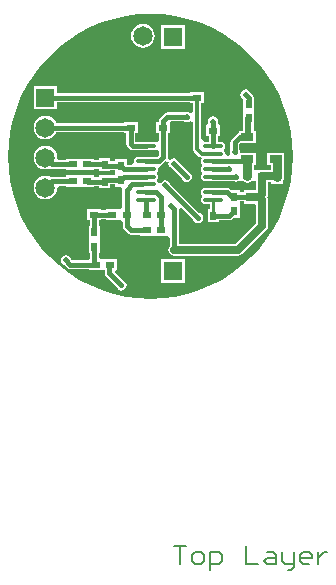
<source format=gtl>
%FSLAX25Y25*%
%MOIN*%
G70*
G01*
G75*
G04 Layer_Physical_Order=1*
G04 Layer_Color=255*
%ADD10R,0.03150X0.02362*%
%ADD11R,0.04331X0.02559*%
%ADD12O,0.06693X0.01378*%
%ADD13R,0.02362X0.03150*%
%ADD14C,0.01500*%
%ADD15C,0.01000*%
%ADD16C,0.03000*%
%ADD17C,0.02500*%
%ADD18C,0.01300*%
%ADD19C,0.02000*%
%ADD20C,0.00800*%
%ADD21C,0.06496*%
%ADD22R,0.06496X0.06496*%
%ADD23R,0.06496X0.06496*%
%ADD24C,0.02000*%
G36*
X54140Y97315D02*
X58248Y96774D01*
X62293Y95877D01*
X66244Y94631D01*
X70072Y93045D01*
X73748Y91132D01*
X77242Y88906D01*
X80529Y86383D01*
X83584Y83584D01*
X86383Y80529D01*
X88906Y77242D01*
X91132Y73748D01*
X93045Y70072D01*
X94631Y66244D01*
X95877Y62293D01*
X96774Y58248D01*
X97315Y54140D01*
X97487Y50182D01*
X97451Y50000D01*
X97487Y49818D01*
X97315Y45860D01*
X96774Y41753D01*
X95877Y37707D01*
X94631Y33756D01*
X93045Y29928D01*
X91132Y26252D01*
X88906Y22758D01*
X86383Y19471D01*
X83584Y16416D01*
X80529Y13617D01*
X77242Y11094D01*
X73748Y8868D01*
X70072Y6955D01*
X66244Y5369D01*
X62293Y4123D01*
X58248Y3226D01*
X54140Y2685D01*
X50182Y2513D01*
X50000Y2549D01*
X49818Y2513D01*
X45860Y2685D01*
X41753Y3226D01*
X37707Y4123D01*
X33756Y5369D01*
X29928Y6955D01*
X26252Y8868D01*
X22758Y11094D01*
X19471Y13617D01*
X16416Y16416D01*
X13617Y19471D01*
X11094Y22758D01*
X8868Y26252D01*
X6955Y29928D01*
X5369Y33756D01*
X4123Y37707D01*
X3226Y41753D01*
X2685Y45860D01*
X2513Y49818D01*
X2549Y50000D01*
X2513Y50182D01*
X2685Y54140D01*
X3226Y58248D01*
X4123Y62293D01*
X5369Y66244D01*
X6955Y70072D01*
X8868Y73748D01*
X11094Y77242D01*
X13617Y80529D01*
X16416Y83584D01*
X19471Y86383D01*
X22758Y88906D01*
X26252Y91132D01*
X29928Y93045D01*
X33756Y94631D01*
X37707Y95877D01*
X41753Y96774D01*
X45860Y97315D01*
X49818Y97487D01*
X50000Y97451D01*
X50182Y97487D01*
X54140Y97315D01*
D02*
G37*
%LPC*%
G36*
X18948Y73548D02*
X11052D01*
Y65652D01*
X18948D01*
Y68122D01*
X63263D01*
Y67719D01*
X64124D01*
Y64959D01*
X64081Y64931D01*
X63242Y64482D01*
X62763Y64801D01*
X62100Y64933D01*
X61437Y64801D01*
X61253Y64678D01*
X55600D01*
X55034Y64566D01*
X54555Y64245D01*
X53192Y62883D01*
X52872Y62404D01*
X52759Y61838D01*
Y61381D01*
X51963D01*
Y57619D01*
X52759D01*
Y55104D01*
X51877Y54632D01*
X51679Y54765D01*
X51137Y54873D01*
X48792D01*
X48480Y54935D01*
X44916D01*
Y57619D01*
X45713D01*
Y61381D01*
X41163D01*
Y60978D01*
X18702D01*
X18449Y61591D01*
X17816Y62416D01*
X16991Y63049D01*
X16031Y63446D01*
X15000Y63582D01*
X13969Y63446D01*
X13009Y63049D01*
X12184Y62416D01*
X11551Y61591D01*
X11154Y60631D01*
X11018Y59600D01*
X11154Y58569D01*
X11551Y57609D01*
X12184Y56784D01*
X13009Y56151D01*
X13969Y55754D01*
X15000Y55618D01*
X16031Y55754D01*
X16991Y56151D01*
X17816Y56784D01*
X18449Y57609D01*
X18620Y58022D01*
X41163D01*
Y57619D01*
X41959D01*
Y54062D01*
X42072Y53496D01*
X42072Y53496D01*
X42072Y53496D01*
X42392Y53017D01*
X42998Y52411D01*
X43477Y52091D01*
X44043Y51978D01*
X48480D01*
X48792Y52040D01*
X51137D01*
X51679Y52148D01*
X51877Y52281D01*
X52759Y51810D01*
Y50250D01*
X52326Y49817D01*
X48480D01*
X48167Y49755D01*
X45822D01*
X45280Y49647D01*
X44821Y49340D01*
X44514Y48880D01*
X44406Y48339D01*
X44467Y48031D01*
X43985Y47443D01*
X43707Y47258D01*
X42102D01*
Y49137D01*
X38339D01*
Y48341D01*
X36602D01*
Y49513D01*
X32839D01*
Y48817D01*
X31157D01*
Y49220D01*
X27140D01*
Y49220D01*
X27140Y49220D01*
X26608Y49220D01*
X26520D01*
X26433D01*
X25901Y49220D01*
X25901Y49220D01*
Y49220D01*
X21883D01*
Y48817D01*
X19637D01*
X18978Y49569D01*
X18982Y49600D01*
X18846Y50631D01*
X18449Y51591D01*
X17816Y52416D01*
X16991Y53049D01*
X16031Y53446D01*
X15000Y53582D01*
X13969Y53446D01*
X13009Y53049D01*
X12184Y52416D01*
X11551Y51591D01*
X11154Y50631D01*
X11018Y49600D01*
X11154Y48569D01*
X11551Y47609D01*
X12184Y46784D01*
X13009Y46151D01*
X13969Y45754D01*
X15000Y45618D01*
X16031Y45754D01*
X16582Y45982D01*
X16596Y45973D01*
X17161Y45860D01*
X21883D01*
Y45458D01*
X25901D01*
Y45458D01*
X25901Y45458D01*
X26433Y45458D01*
X26520D01*
X26608D01*
X27140Y45458D01*
X27140Y45458D01*
Y45458D01*
X31157D01*
Y45860D01*
X32839D01*
Y44963D01*
X36602D01*
Y45384D01*
X38339D01*
X38339Y44587D01*
X38339D01*
X38339Y44413D01*
D01*
X38339Y43616D01*
X36602D01*
Y43837D01*
X32839D01*
Y43041D01*
X31258D01*
Y43620D01*
X27240D01*
Y43620D01*
X27240Y43620D01*
X26708Y43620D01*
X26621D01*
X26533D01*
X26001Y43620D01*
X26001Y43620D01*
Y43620D01*
X21983D01*
Y43217D01*
X17239D01*
X16797Y43129D01*
X16031Y43446D01*
X15000Y43582D01*
X13969Y43446D01*
X13009Y43049D01*
X12184Y42416D01*
X11551Y41591D01*
X11154Y40631D01*
X11018Y39600D01*
X11154Y38569D01*
X11551Y37609D01*
X12184Y36784D01*
X13009Y36151D01*
X13969Y35754D01*
X15000Y35618D01*
X16031Y35754D01*
X16991Y36151D01*
X17816Y36784D01*
X18449Y37609D01*
X18846Y38569D01*
X18982Y39600D01*
X19561Y40260D01*
X21983D01*
Y39858D01*
X26001D01*
Y39858D01*
X26001Y39858D01*
X26533Y39858D01*
X26621D01*
X26708D01*
X27240Y39858D01*
X27240Y39858D01*
Y39858D01*
X31258D01*
Y40084D01*
X32839D01*
Y39287D01*
X36602D01*
Y40659D01*
X38339D01*
Y39863D01*
X39896D01*
X40159Y39687D01*
X40649Y39090D01*
X40584Y38762D01*
Y33188D01*
X39877Y32481D01*
X39787D01*
X39700D01*
X39613D01*
X39080Y32481D01*
X39080Y32481D01*
Y32481D01*
X35063D01*
Y32078D01*
X33537D01*
Y32481D01*
X28987D01*
Y28719D01*
X29784D01*
Y26937D01*
X29419D01*
Y22920D01*
X29419D01*
X29419Y22920D01*
X29419Y22387D01*
Y22300D01*
Y22213D01*
X29419Y21680D01*
X29419Y21680D01*
X29419D01*
Y17663D01*
X29822D01*
Y15781D01*
X29463D01*
Y15378D01*
X23912D01*
X23544Y15746D01*
X23501Y15963D01*
X23126Y16526D01*
X22563Y16901D01*
X21900Y17033D01*
X21237Y16901D01*
X20674Y16526D01*
X20299Y15963D01*
X20167Y15300D01*
X20299Y14637D01*
X20674Y14074D01*
X21237Y13699D01*
X21454Y13656D01*
X22255Y12855D01*
X22734Y12534D01*
X23300Y12422D01*
X29463D01*
Y12019D01*
X33480D01*
Y12019D01*
X33480Y12019D01*
X34013Y12019D01*
X34187D01*
D01*
Y12019D01*
X34684Y12019D01*
Y11138D01*
X34796Y10572D01*
X34796Y10572D01*
X34796Y10572D01*
X35117Y10092D01*
X38655Y6554D01*
X38699Y6337D01*
X39074Y5774D01*
X39637Y5399D01*
X40300Y5267D01*
X40963Y5399D01*
X41526Y5774D01*
X41901Y6337D01*
X42033Y7000D01*
X41901Y7663D01*
X41526Y8226D01*
X40963Y8601D01*
X40746Y8644D01*
X38296Y11095D01*
X38678Y12019D01*
X38737D01*
Y15781D01*
X34720D01*
Y15781D01*
X34720Y15781D01*
X34187Y15781D01*
X34100D01*
X34013D01*
X33485Y15781D01*
X32778Y16488D01*
Y17663D01*
X33181D01*
Y21680D01*
X33181D01*
X33181Y21680D01*
X33181Y22213D01*
Y22300D01*
Y22387D01*
X33181Y22920D01*
X33181Y22920D01*
X33181D01*
Y26937D01*
X32741D01*
Y28719D01*
X33537D01*
Y29122D01*
X35063D01*
Y28719D01*
X39080D01*
Y28719D01*
X39080Y28719D01*
X39613Y28719D01*
X39700D01*
X39787D01*
X40014D01*
X40722Y28012D01*
Y26700D01*
X40834Y26134D01*
X40834Y26134D01*
X40834Y26134D01*
X41155Y25655D01*
X42455Y24355D01*
X42934Y24034D01*
X43500Y23922D01*
X46463D01*
Y23519D01*
X51013D01*
Y23519D01*
X51013D01*
X51013Y23519D01*
X51187D01*
Y23519D01*
X55737D01*
D01*
X55737D01*
X56422Y22834D01*
Y20097D01*
X56063Y19561D01*
X55912Y18800D01*
X56063Y18039D01*
X56494Y17394D01*
X57139Y16963D01*
X57900Y16812D01*
X79100D01*
X79861Y16963D01*
X80506Y17394D01*
X88606Y25494D01*
X89037Y26139D01*
X89188Y26900D01*
Y35462D01*
X89037Y36223D01*
X88887Y36447D01*
X89099Y36764D01*
X89250Y37524D01*
X89250Y37524D01*
X89250Y37524D01*
Y37524D01*
Y41512D01*
X90319D01*
Y40787D01*
X94081D01*
Y41943D01*
X94372Y42379D01*
X94543Y43238D01*
Y46980D01*
X94590D01*
Y50939D01*
X92742D01*
X92300Y51027D01*
X91858Y50939D01*
X88859D01*
Y46980D01*
X90057D01*
Y45488D01*
X87062D01*
X86524Y45381D01*
X85320D01*
Y45381D01*
X85320Y45381D01*
X84787Y45381D01*
X84613D01*
D01*
Y45381D01*
X84581Y45381D01*
Y46980D01*
X85141D01*
Y50939D01*
X80129D01*
X79833Y51300D01*
X79701Y51963D01*
X79578Y52147D01*
Y54068D01*
X79971Y54461D01*
X85141D01*
Y58420D01*
X84409D01*
Y60563D01*
X84581D01*
Y64580D01*
X84581D01*
X84581Y64580D01*
X84581Y65113D01*
Y65200D01*
Y65287D01*
X84581Y65820D01*
X84581Y65820D01*
X84581D01*
Y69837D01*
X84131D01*
X84084Y70072D01*
X84066Y70166D01*
X83745Y70645D01*
X83345Y71046D01*
X83301Y71263D01*
X82926Y71826D01*
X82363Y72201D01*
X81700Y72333D01*
X81037Y72201D01*
X80474Y71826D01*
X80099Y71263D01*
X79967Y70600D01*
X80099Y69937D01*
X80474Y69374D01*
X80819Y69144D01*
Y65820D01*
X80819D01*
X80819Y65820D01*
X80819Y65287D01*
Y65200D01*
Y65113D01*
X80819Y64580D01*
X80819Y64580D01*
X80819D01*
Y60563D01*
X80942D01*
Y58420D01*
X79410D01*
Y57829D01*
X79294Y57806D01*
X78814Y57486D01*
X77055Y55726D01*
X76734Y55246D01*
X76622Y54680D01*
Y52147D01*
X76499Y51963D01*
X76367Y51300D01*
X76499Y50637D01*
X75790Y50163D01*
X74959Y50719D01*
X74994Y50898D01*
X74886Y51440D01*
X74579Y51899D01*
Y52455D01*
X74886Y52915D01*
X74994Y53457D01*
X74886Y53999D01*
X74579Y54458D01*
X74120Y54765D01*
X73578Y54873D01*
X72399D01*
Y56619D01*
X73013D01*
Y60381D01*
X73013D01*
X72401Y60937D01*
X72401Y60937D01*
D01*
D01*
D01*
X72533Y61600D01*
X72401Y62263D01*
X72026Y62826D01*
X71463Y63201D01*
X70800Y63333D01*
X70137Y63201D01*
X69574Y62826D01*
X69199Y62263D01*
X69067Y61600D01*
X69155Y61154D01*
X68521Y60381D01*
X68463D01*
Y56619D01*
X69442D01*
Y54873D01*
X68263D01*
X67721Y54765D01*
X66876Y56029D01*
Y67719D01*
X67813D01*
Y71481D01*
X63263D01*
Y71078D01*
X18948D01*
Y73548D01*
D02*
G37*
G36*
X61448Y15648D02*
X53552D01*
Y7752D01*
X61448D01*
Y15648D01*
D02*
G37*
G36*
X47500Y94140D02*
X46469Y94004D01*
X45509Y93606D01*
X44684Y92973D01*
X44051Y92149D01*
X43654Y91188D01*
X43518Y90158D01*
X43654Y89127D01*
X44051Y88166D01*
X44684Y87342D01*
X45509Y86709D01*
X46469Y86311D01*
X47500Y86175D01*
X48531Y86311D01*
X49491Y86709D01*
X50316Y87342D01*
X50949Y88166D01*
X51346Y89127D01*
X51482Y90158D01*
X51346Y91188D01*
X50949Y92149D01*
X50316Y92973D01*
X49491Y93606D01*
X48531Y94004D01*
X47500Y94140D01*
D02*
G37*
G36*
X61448Y93606D02*
X53552D01*
Y85710D01*
X61448D01*
Y93606D01*
D02*
G37*
%LPD*%
G36*
X64081Y61469D02*
X64124Y61441D01*
Y52500D01*
X64228Y51973D01*
X64527Y51527D01*
X66129Y49924D01*
X66576Y49626D01*
X67102Y49521D01*
X67102Y49521D01*
X66955Y48880D01*
X66955Y48880D01*
X66955Y48880D01*
X66847Y48339D01*
X66955Y47797D01*
X67262Y47337D01*
Y46781D01*
X66955Y46321D01*
X66847Y45779D01*
X66955Y45238D01*
X67262Y44778D01*
Y44222D01*
X66955Y43762D01*
X66847Y43220D01*
X66955Y42678D01*
X67262Y42219D01*
X67721Y41912D01*
X68263Y41804D01*
X70608D01*
X70920Y41742D01*
X77553D01*
X77737Y41619D01*
X78400Y41487D01*
X79063Y41619D01*
X79063Y41619D01*
X79063Y41619D01*
X80063Y41619D01*
Y41619D01*
X81193D01*
X81479Y41428D01*
X82338Y41257D01*
X83196Y41428D01*
X83482Y41619D01*
X84080D01*
Y41619D01*
X84080Y41619D01*
X84613Y41619D01*
X84787D01*
Y41619D01*
X85274Y41619D01*
Y38737D01*
X84781D01*
Y38737D01*
X81019D01*
Y37941D01*
X79681D01*
Y38737D01*
X76916D01*
X76505Y39148D01*
X76026Y39468D01*
X75460Y39581D01*
X70920D01*
X70608Y39518D01*
X68263D01*
X67721Y39411D01*
X67262Y39104D01*
X66955Y38644D01*
X66847Y38102D01*
X66955Y37560D01*
X67262Y37101D01*
Y36545D01*
X66955Y36085D01*
X66847Y35543D01*
X66955Y35001D01*
X67262Y34542D01*
X67721Y34235D01*
X68263Y34127D01*
X69697D01*
Y32537D01*
X69119D01*
Y27987D01*
X72881D01*
Y28784D01*
X76324D01*
X76890Y28896D01*
X77370Y29217D01*
X77370Y29217D01*
X77370Y29217D01*
X77616Y29463D01*
X79681D01*
Y34013D01*
D01*
Y34013D01*
X79681Y34013D01*
Y34187D01*
D01*
X79681Y34984D01*
X81019D01*
Y34187D01*
X84781D01*
D01*
X84781D01*
X85212Y33757D01*
Y27724D01*
X78276Y20788D01*
X59378D01*
Y32400D01*
X59359Y32497D01*
X60241Y32968D01*
X64228Y28981D01*
X64272Y28764D01*
X64647Y28201D01*
X65210Y27826D01*
X65873Y27694D01*
X66536Y27826D01*
X67099Y28201D01*
X67474Y28764D01*
X67606Y29427D01*
X67474Y30090D01*
X67099Y30653D01*
X66536Y31028D01*
X66319Y31071D01*
X56644Y40746D01*
X56601Y40963D01*
X56226Y41526D01*
X55663Y41901D01*
X55000Y42033D01*
X54337Y41901D01*
X53774Y41526D01*
X53427Y41005D01*
X52446Y41201D01*
X52445Y41203D01*
X52138Y41663D01*
Y42219D01*
X52445Y42678D01*
X52553Y43220D01*
X52445Y43762D01*
X52138Y44222D01*
Y44778D01*
X52445Y45238D01*
X52553Y45779D01*
X52503Y46030D01*
X53059Y46862D01*
X53407Y46931D01*
X53454Y46963D01*
X53504Y46973D01*
X53984Y47293D01*
X53984Y47293D01*
X53984Y47293D01*
X55165Y48474D01*
X55611Y48236D01*
D01*
X56047Y48003D01*
X55967Y47600D01*
X56099Y46937D01*
X56474Y46374D01*
X57037Y45999D01*
X57379Y45931D01*
X60450Y42859D01*
X60518Y42517D01*
X60894Y41955D01*
X61456Y41579D01*
X62120Y41447D01*
X62783Y41579D01*
X63345Y41955D01*
X63721Y42517D01*
X63853Y43180D01*
X63721Y43844D01*
X63345Y44406D01*
X62783Y44782D01*
X62691Y44800D01*
X59320Y48171D01*
X59301Y48263D01*
X58926Y48826D01*
X58363Y49201D01*
X57700Y49333D01*
X57037Y49201D01*
X56500Y48843D01*
D01*
X56125Y49093D01*
D01*
X55669Y49398D01*
X55716Y49638D01*
X55716Y49638D01*
X55716Y49638D01*
Y49638D01*
Y57619D01*
X56513D01*
Y61381D01*
D01*
Y61381D01*
X56853Y61722D01*
X61253D01*
X61437Y61599D01*
X62100Y61467D01*
X62763Y61599D01*
X63242Y61918D01*
X64081Y61469D01*
D02*
G37*
D10*
X31262Y30600D02*
D03*
X26538D02*
D03*
X24258Y41739D02*
D03*
X28983D02*
D03*
X37338Y30600D02*
D03*
X42062D02*
D03*
X48738Y25400D02*
D03*
X53462D02*
D03*
X36462Y13900D02*
D03*
X31738D02*
D03*
X24158Y47339D02*
D03*
X28883D02*
D03*
X48738Y30600D02*
D03*
X53462D02*
D03*
X48162Y59500D02*
D03*
X43438D02*
D03*
X70738Y58500D02*
D03*
X75462D02*
D03*
X58962Y59500D02*
D03*
X54238D02*
D03*
X82338Y43500D02*
D03*
X87062D02*
D03*
X65538Y69600D02*
D03*
X70262D02*
D03*
D11*
X91724Y56440D02*
D03*
Y48960D02*
D03*
X82276D02*
D03*
Y52700D02*
D03*
Y56440D02*
D03*
D12*
X48480Y53457D02*
D03*
Y50898D02*
D03*
Y48339D02*
D03*
Y45779D02*
D03*
Y43220D02*
D03*
Y40661D02*
D03*
Y38102D02*
D03*
Y35543D02*
D03*
X70920Y53457D02*
D03*
Y50898D02*
D03*
Y48339D02*
D03*
Y45779D02*
D03*
Y43220D02*
D03*
Y40661D02*
D03*
Y38102D02*
D03*
Y35543D02*
D03*
D13*
X82700Y62838D02*
D03*
Y67562D02*
D03*
X77800Y36462D02*
D03*
Y31738D02*
D03*
X71000Y25538D02*
D03*
Y30262D02*
D03*
X31300Y19938D02*
D03*
Y24662D02*
D03*
X92200Y43062D02*
D03*
Y38338D02*
D03*
X34721Y41562D02*
D03*
Y36838D02*
D03*
X40220Y46862D02*
D03*
Y42138D02*
D03*
X34721Y51962D02*
D03*
Y47238D02*
D03*
X82900Y31738D02*
D03*
Y36462D02*
D03*
D14*
X53462Y30600D02*
Y36538D01*
X51898Y38102D02*
X53462Y36538D01*
X48480Y38102D02*
X51898D01*
X71000Y23100D02*
Y25538D01*
X48480Y30858D02*
X48738Y30600D01*
X48480Y30858D02*
Y35543D01*
Y30658D02*
X48538Y30600D01*
X53462Y25400D02*
Y30600D01*
X15000Y69600D02*
X65500D01*
X42062Y38762D02*
X43961Y40661D01*
X70738Y58500D02*
Y61600D01*
X57800Y47600D02*
X62170Y43230D01*
X57700Y47600D02*
X57800D01*
X55000Y40300D02*
X65873Y29427D01*
X23300Y13900D02*
X31162D01*
X21900Y15300D02*
X23300Y13900D01*
X31162D02*
X31738D01*
X94500Y52600D02*
Y52700D01*
X31300Y14038D02*
Y19938D01*
X78100Y54680D02*
X79860Y56440D01*
X78100Y51300D02*
Y54680D01*
X79860Y56440D02*
X82276D01*
X70920Y43220D02*
X78400D01*
X70920Y45779D02*
X76100D01*
X77100Y36462D02*
X82900D01*
X82700Y67562D02*
Y69600D01*
X81700Y70600D02*
X82700Y69600D01*
X55600Y63200D02*
X62100D01*
X54238Y61838D02*
X55600Y63200D01*
X54238Y59500D02*
Y61838D01*
X36162Y11138D02*
Y13900D01*
Y11138D02*
X40300Y7000D01*
X43961Y40661D02*
X47300D01*
X42062Y30600D02*
Y38762D01*
X42200Y26700D02*
Y29962D01*
Y26700D02*
X43500Y25400D01*
X48738D01*
X54238Y49638D02*
Y59500D01*
X52939Y48339D02*
X54238Y49638D01*
X48480Y48339D02*
X52939D01*
X43438Y54062D02*
Y59500D01*
Y54062D02*
X44043Y53457D01*
X48480D01*
X40220Y42138D02*
X41303Y43220D01*
X48480D01*
X40220Y46862D02*
X41303Y45779D01*
X48480D01*
X29159Y41562D02*
X34721D01*
X35296Y42138D02*
X40220D01*
X35096Y46862D02*
X40220D01*
X28883Y47339D02*
X34620D01*
X17161D02*
X24158D01*
X15000Y49500D02*
X17161Y47339D01*
X17239Y41739D02*
X24258D01*
X15000Y39500D02*
X17239Y41739D01*
X15000Y59500D02*
X43438D01*
X70920Y48339D02*
X82054D01*
X76324Y30262D02*
X77800Y31738D01*
X71000Y30262D02*
X76324D01*
X70920Y38102D02*
X75460D01*
X77100Y36462D01*
X70920Y53457D02*
Y58317D01*
X56700Y33600D02*
X57900Y32400D01*
Y18800D02*
Y32400D01*
X31262Y30600D02*
X37338D01*
X31262Y24700D02*
Y30600D01*
D15*
X92300Y43238D02*
X92938Y42600D01*
X31162Y13900D02*
X31300Y14038D01*
X92124Y48960D02*
X92300Y48784D01*
X82276Y48560D02*
X82338Y48498D01*
X82054Y48339D02*
X82276Y48560D01*
X82676Y62813D02*
X82700Y62838D01*
X82676Y62813D02*
Y62938D01*
X82276Y55940D02*
X82976D01*
X41812Y30350D02*
X42200Y29962D01*
X52939Y48061D02*
Y48339D01*
X28983Y41739D02*
X29159Y41562D01*
X34721D02*
X35296Y42138D01*
X34721Y47238D02*
X35096Y46862D01*
X34620Y47339D02*
X34721Y47238D01*
X70920Y30342D02*
Y35543D01*
Y30342D02*
X71000Y30262D01*
X70738Y58500D02*
X70920Y58317D01*
X31262Y24700D02*
X31300Y24662D01*
D16*
X92300Y43238D02*
Y48784D01*
X82338Y43500D02*
Y48498D01*
D17*
X57900Y18800D02*
X79100D01*
X87200Y26900D01*
X87062Y43500D02*
X92038D01*
X87262Y37524D02*
Y43300D01*
X86200Y36462D02*
X87200Y35462D01*
X82900Y36462D02*
X86200D01*
X87262Y37524D01*
X87200Y26900D02*
Y35462D01*
D18*
X65500Y52500D02*
Y69600D01*
Y52500D02*
X67102Y50898D01*
X70920D01*
D19*
X82276Y56440D02*
X82676Y56840D01*
Y62813D01*
D20*
X57700Y-79851D02*
X61699D01*
X59699D01*
Y-85849D01*
X64698D02*
X66697D01*
X67697Y-84850D01*
Y-82850D01*
X66697Y-81851D01*
X64698D01*
X63698Y-82850D01*
Y-84850D01*
X64698Y-85849D01*
X69696Y-87849D02*
Y-81851D01*
X72695D01*
X73695Y-82850D01*
Y-84850D01*
X72695Y-85849D01*
X69696D01*
X81692Y-79851D02*
Y-85849D01*
X85691D01*
X88690Y-81851D02*
X90689D01*
X91689Y-82850D01*
Y-85849D01*
X88690D01*
X87690Y-84850D01*
X88690Y-83850D01*
X91689D01*
X93688Y-81851D02*
Y-84850D01*
X94688Y-85849D01*
X97687D01*
Y-86849D01*
X96687Y-87849D01*
X95688D01*
X97687Y-85849D02*
Y-81851D01*
X102685Y-85849D02*
X100686D01*
X99686Y-84850D01*
Y-82850D01*
X100686Y-81851D01*
X102685D01*
X103685Y-82850D01*
Y-83850D01*
X99686D01*
X105684Y-81851D02*
Y-85849D01*
Y-83850D01*
X106684Y-82850D01*
X107684Y-81851D01*
X108684D01*
D21*
X47500Y90158D02*
D03*
X15000Y59600D02*
D03*
Y49600D02*
D03*
Y39600D02*
D03*
Y29600D02*
D03*
X47500Y11700D02*
D03*
D22*
X57500Y89657D02*
D03*
Y11700D02*
D03*
D23*
X15000Y69600D02*
D03*
D24*
X62120Y43180D02*
D03*
X55000Y40300D02*
D03*
X21900Y15300D02*
D03*
X71000Y23100D02*
D03*
X71400Y66600D02*
D03*
X63600Y47900D02*
D03*
X76100Y45779D02*
D03*
X81700Y70600D02*
D03*
X62100Y63200D02*
D03*
X40300Y7000D02*
D03*
X70800Y61600D02*
D03*
X78100Y51300D02*
D03*
X78400Y43220D02*
D03*
X25900Y53000D02*
D03*
X50900Y62100D02*
D03*
X86400Y74000D02*
D03*
X57700Y47600D02*
D03*
X56700Y33600D02*
D03*
X57900Y18800D02*
D03*
X65873Y29427D02*
D03*
X94500Y52600D02*
D03*
X87062Y43500D02*
D03*
M02*

</source>
